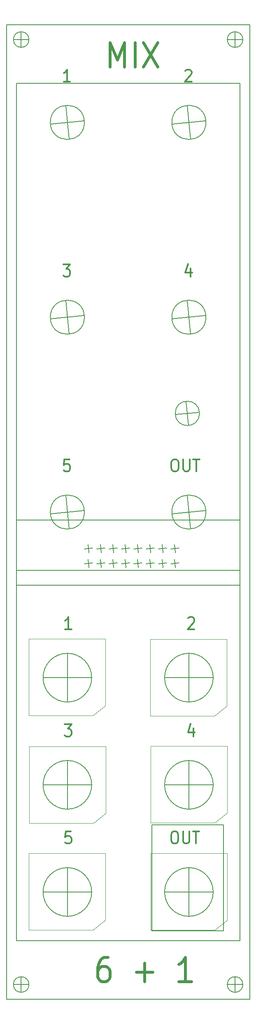
<source format=gbr>
%TF.GenerationSoftware,KiCad,Pcbnew,(5.1.9)-1*%
%TF.CreationDate,2021-08-22T21:38:48+01:00*%
%TF.ProjectId,Simple mixer jack panel,53696d70-6c65-4206-9d69-786572206a61,rev?*%
%TF.SameCoordinates,Original*%
%TF.FileFunction,OtherDrawing,Comment*%
%FSLAX46Y46*%
G04 Gerber Fmt 4.6, Leading zero omitted, Abs format (unit mm)*
G04 Created by KiCad (PCBNEW (5.1.9)-1) date 2021-08-22 21:38:48*
%MOMM*%
%LPD*%
G01*
G04 APERTURE LIST*
%ADD10C,0.312500*%
%ADD11C,0.625000*%
%ADD12C,0.200000*%
%ADD13C,0.120000*%
G04 APERTURE END LIST*
D10*
X53849107Y-64036886D02*
X53956250Y-63917839D01*
X54170536Y-63798791D01*
X54706250Y-63798791D01*
X54920536Y-63917839D01*
X55027678Y-64036886D01*
X55134821Y-64274981D01*
X55134821Y-64513077D01*
X55027678Y-64870219D01*
X53741964Y-66298791D01*
X55134821Y-66298791D01*
D11*
X37744692Y49138674D02*
X37744692Y54138674D01*
X39244692Y50567245D01*
X40744692Y54138674D01*
X40744692Y49138674D01*
X42887549Y49138674D02*
X42887549Y54138674D01*
X44601835Y54138674D02*
X47601835Y49138674D01*
X47601835Y54138674D02*
X44601835Y49138674D01*
D10*
X28181929Y8592565D02*
X29574786Y8592565D01*
X28824786Y7640184D01*
X29146215Y7640184D01*
X29360501Y7521137D01*
X29467643Y7402089D01*
X29574786Y7163994D01*
X29574786Y6568756D01*
X29467643Y6330660D01*
X29360501Y6211613D01*
X29146215Y6092565D01*
X28503358Y6092565D01*
X28289072Y6211613D01*
X28181929Y6330660D01*
X29574786Y46092565D02*
X28289072Y46092565D01*
X28931929Y46092565D02*
X28931929Y48592565D01*
X28717643Y48235422D01*
X28503358Y47997327D01*
X28289072Y47878279D01*
X29467643Y-31407434D02*
X28396215Y-31407434D01*
X28289072Y-32597910D01*
X28396215Y-32478862D01*
X28610501Y-32359815D01*
X29146215Y-32359815D01*
X29360501Y-32478862D01*
X29467643Y-32597910D01*
X29574786Y-32836005D01*
X29574786Y-33431243D01*
X29467643Y-33669339D01*
X29360501Y-33788386D01*
X29146215Y-33907434D01*
X28610501Y-33907434D01*
X28396215Y-33788386D01*
X28289072Y-33669339D01*
X29856854Y-66298791D02*
X28571140Y-66298791D01*
X29213997Y-66298791D02*
X29213997Y-63798791D01*
X28999711Y-64155934D01*
X28785426Y-64394029D01*
X28571140Y-64513077D01*
X50883794Y-107798791D02*
X51312366Y-107798791D01*
X51526651Y-107917839D01*
X51740937Y-108155934D01*
X51848080Y-108632124D01*
X51848080Y-109465458D01*
X51740937Y-109941648D01*
X51526651Y-110179743D01*
X51312366Y-110298791D01*
X50883794Y-110298791D01*
X50669509Y-110179743D01*
X50455223Y-109941648D01*
X50348080Y-109465458D01*
X50348080Y-108632124D01*
X50455223Y-108155934D01*
X50669509Y-107917839D01*
X50883794Y-107798791D01*
X52812366Y-107798791D02*
X52812366Y-109822600D01*
X52919509Y-110060696D01*
X53026651Y-110179743D01*
X53240937Y-110298791D01*
X53669509Y-110298791D01*
X53883794Y-110179743D01*
X53990937Y-110060696D01*
X54098080Y-109822600D01*
X54098080Y-107798791D01*
X54848080Y-107798791D02*
X56133794Y-107798791D01*
X55490937Y-110298791D02*
X55490937Y-107798791D01*
X54920536Y-86632124D02*
X54920536Y-88298791D01*
X54384821Y-85679743D02*
X53849107Y-87465458D01*
X55241964Y-87465458D01*
D11*
X37370255Y-133613100D02*
X36513112Y-133613100D01*
X36084540Y-133851196D01*
X35870255Y-134089291D01*
X35441683Y-134803576D01*
X35227397Y-135755957D01*
X35227397Y-137660719D01*
X35441683Y-138136910D01*
X35655969Y-138375005D01*
X36084540Y-138613100D01*
X36941683Y-138613100D01*
X37370255Y-138375005D01*
X37584540Y-138136910D01*
X37798826Y-137660719D01*
X37798826Y-136470243D01*
X37584540Y-135994053D01*
X37370255Y-135755957D01*
X36941683Y-135517862D01*
X36084540Y-135517862D01*
X35655969Y-135755957D01*
X35441683Y-135994053D01*
X35227397Y-136470243D01*
X43155969Y-136708338D02*
X46584540Y-136708338D01*
X44870255Y-138613100D02*
X44870255Y-134803576D01*
X54513112Y-138613100D02*
X51941683Y-138613100D01*
X53227397Y-138613100D02*
X53227397Y-133613100D01*
X52798826Y-134327386D01*
X52370255Y-134803576D01*
X51941683Y-135041672D01*
D10*
X29856854Y-66298791D02*
X28571140Y-66298791D01*
X29213997Y-66298791D02*
X29213997Y-63798791D01*
X28999711Y-64155934D01*
X28785426Y-64394029D01*
X28571140Y-64513077D01*
X28463997Y-85798791D02*
X29856854Y-85798791D01*
X29106854Y-86751172D01*
X29428283Y-86751172D01*
X29642569Y-86870219D01*
X29749711Y-86989267D01*
X29856854Y-87227362D01*
X29856854Y-87822600D01*
X29749711Y-88060696D01*
X29642569Y-88179743D01*
X29428283Y-88298791D01*
X28785426Y-88298791D01*
X28571140Y-88179743D01*
X28463997Y-88060696D01*
X53849107Y-64036886D02*
X53956250Y-63917839D01*
X54170536Y-63798791D01*
X54706250Y-63798791D01*
X54920536Y-63917839D01*
X55027678Y-64036886D01*
X55134821Y-64274981D01*
X55134821Y-64513077D01*
X55027678Y-64870219D01*
X53741964Y-66298791D01*
X55134821Y-66298791D01*
X50929229Y-31407434D02*
X51357801Y-31407434D01*
X51572086Y-31526482D01*
X51786372Y-31764577D01*
X51893515Y-32240767D01*
X51893515Y-33074101D01*
X51786372Y-33550291D01*
X51572086Y-33788386D01*
X51357801Y-33907434D01*
X50929229Y-33907434D01*
X50714944Y-33788386D01*
X50500658Y-33550291D01*
X50393515Y-33074101D01*
X50393515Y-32240767D01*
X50500658Y-31764577D01*
X50714944Y-31526482D01*
X50929229Y-31407434D01*
X52857801Y-31407434D02*
X52857801Y-33431243D01*
X52964944Y-33669339D01*
X53072086Y-33788386D01*
X53286372Y-33907434D01*
X53714944Y-33907434D01*
X53929229Y-33788386D01*
X54036372Y-33669339D01*
X54143515Y-33431243D01*
X54143515Y-31407434D01*
X54893515Y-31407434D02*
X56179229Y-31407434D01*
X55536372Y-33907434D02*
X55536372Y-31407434D01*
D11*
X37744692Y49138674D02*
X37744692Y54138674D01*
X39244692Y50567245D01*
X40744692Y54138674D01*
X40744692Y49138674D01*
X42887549Y49138674D02*
X42887549Y54138674D01*
X44601835Y54138674D02*
X47601835Y49138674D01*
X47601835Y54138674D02*
X44601835Y49138674D01*
X37370255Y-133613100D02*
X36513112Y-133613100D01*
X36084540Y-133851196D01*
X35870255Y-134089291D01*
X35441683Y-134803576D01*
X35227397Y-135755957D01*
X35227397Y-137660719D01*
X35441683Y-138136910D01*
X35655969Y-138375005D01*
X36084540Y-138613100D01*
X36941683Y-138613100D01*
X37370255Y-138375005D01*
X37584540Y-138136910D01*
X37798826Y-137660719D01*
X37798826Y-136470243D01*
X37584540Y-135994053D01*
X37370255Y-135755957D01*
X36941683Y-135517862D01*
X36084540Y-135517862D01*
X35655969Y-135755957D01*
X35441683Y-135994053D01*
X35227397Y-136470243D01*
X43155969Y-136708338D02*
X46584540Y-136708338D01*
X44870255Y-138613100D02*
X44870255Y-134803576D01*
X54513112Y-138613100D02*
X51941683Y-138613100D01*
X53227397Y-138613100D02*
X53227397Y-133613100D01*
X52798826Y-134327386D01*
X52370255Y-134803576D01*
X51941683Y-135041672D01*
D10*
X54360501Y7759232D02*
X54360501Y6092565D01*
X53824786Y8711613D02*
X53289072Y6925898D01*
X54681929Y6925898D01*
X50929229Y-31407434D02*
X51357801Y-31407434D01*
X51572086Y-31526482D01*
X51786372Y-31764577D01*
X51893515Y-32240767D01*
X51893515Y-33074101D01*
X51786372Y-33550291D01*
X51572086Y-33788386D01*
X51357801Y-33907434D01*
X50929229Y-33907434D01*
X50714944Y-33788386D01*
X50500658Y-33550291D01*
X50393515Y-33074101D01*
X50393515Y-32240767D01*
X50500658Y-31764577D01*
X50714944Y-31526482D01*
X50929229Y-31407434D01*
X52857801Y-31407434D02*
X52857801Y-33431243D01*
X52964944Y-33669339D01*
X53072086Y-33788386D01*
X53286372Y-33907434D01*
X53714944Y-33907434D01*
X53929229Y-33788386D01*
X54036372Y-33669339D01*
X54143515Y-33431243D01*
X54143515Y-31407434D01*
X54893515Y-31407434D02*
X56179229Y-31407434D01*
X55536372Y-33907434D02*
X55536372Y-31407434D01*
X29749711Y-107798791D02*
X28678283Y-107798791D01*
X28571140Y-108989267D01*
X28678283Y-108870219D01*
X28892569Y-108751172D01*
X29428283Y-108751172D01*
X29642569Y-108870219D01*
X29749711Y-108989267D01*
X29856854Y-109227362D01*
X29856854Y-109822600D01*
X29749711Y-110060696D01*
X29642569Y-110179743D01*
X29428283Y-110298791D01*
X28892569Y-110298791D01*
X28678283Y-110179743D01*
X28571140Y-110060696D01*
X29574786Y46092565D02*
X28289072Y46092565D01*
X28931929Y46092565D02*
X28931929Y48592565D01*
X28717643Y48235422D01*
X28503358Y47997327D01*
X28289072Y47878279D01*
X54360501Y7759232D02*
X54360501Y6092565D01*
X53824786Y8711613D02*
X53289072Y6925898D01*
X54681929Y6925898D01*
X53289072Y48354470D02*
X53396215Y48473518D01*
X53610501Y48592565D01*
X54146215Y48592565D01*
X54360501Y48473518D01*
X54467643Y48354470D01*
X54574786Y48116375D01*
X54574786Y47878279D01*
X54467643Y47521137D01*
X53181929Y46092565D01*
X54574786Y46092565D01*
X29467643Y-31407434D02*
X28396215Y-31407434D01*
X28289072Y-32597910D01*
X28396215Y-32478862D01*
X28610501Y-32359815D01*
X29146215Y-32359815D01*
X29360501Y-32478862D01*
X29467643Y-32597910D01*
X29574786Y-32836005D01*
X29574786Y-33431243D01*
X29467643Y-33669339D01*
X29360501Y-33788386D01*
X29146215Y-33907434D01*
X28610501Y-33907434D01*
X28396215Y-33788386D01*
X28289072Y-33669339D01*
X28181929Y8592565D02*
X29574786Y8592565D01*
X28824786Y7640184D01*
X29146215Y7640184D01*
X29360501Y7521137D01*
X29467643Y7402089D01*
X29574786Y7163994D01*
X29574786Y6568756D01*
X29467643Y6330660D01*
X29360501Y6211613D01*
X29146215Y6092565D01*
X28503358Y6092565D01*
X28289072Y6211613D01*
X28181929Y6330660D01*
X29749711Y-107798791D02*
X28678283Y-107798791D01*
X28571140Y-108989267D01*
X28678283Y-108870219D01*
X28892569Y-108751172D01*
X29428283Y-108751172D01*
X29642569Y-108870219D01*
X29749711Y-108989267D01*
X29856854Y-109227362D01*
X29856854Y-109822600D01*
X29749711Y-110060696D01*
X29642569Y-110179743D01*
X29428283Y-110298791D01*
X28892569Y-110298791D01*
X28678283Y-110179743D01*
X28571140Y-110060696D01*
X50883794Y-107798791D02*
X51312366Y-107798791D01*
X51526651Y-107917839D01*
X51740937Y-108155934D01*
X51848080Y-108632124D01*
X51848080Y-109465458D01*
X51740937Y-109941648D01*
X51526651Y-110179743D01*
X51312366Y-110298791D01*
X50883794Y-110298791D01*
X50669509Y-110179743D01*
X50455223Y-109941648D01*
X50348080Y-109465458D01*
X50348080Y-108632124D01*
X50455223Y-108155934D01*
X50669509Y-107917839D01*
X50883794Y-107798791D01*
X52812366Y-107798791D02*
X52812366Y-109822600D01*
X52919509Y-110060696D01*
X53026651Y-110179743D01*
X53240937Y-110298791D01*
X53669509Y-110298791D01*
X53883794Y-110179743D01*
X53990937Y-110060696D01*
X54098080Y-109822600D01*
X54098080Y-107798791D01*
X54848080Y-107798791D02*
X56133794Y-107798791D01*
X55490937Y-110298791D02*
X55490937Y-107798791D01*
X54920536Y-86632124D02*
X54920536Y-88298791D01*
X54384821Y-85679743D02*
X53849107Y-87465458D01*
X55241964Y-87465458D01*
X53289072Y48354470D02*
X53396215Y48473518D01*
X53610501Y48592565D01*
X54146215Y48592565D01*
X54360501Y48473518D01*
X54467643Y48354470D01*
X54574786Y48116375D01*
X54574786Y47878279D01*
X54467643Y47521137D01*
X53181929Y46092565D01*
X54574786Y46092565D01*
X28463997Y-85798791D02*
X29856854Y-85798791D01*
X29106854Y-86751172D01*
X29428283Y-86751172D01*
X29642569Y-86870219D01*
X29749711Y-86989267D01*
X29856854Y-87227362D01*
X29856854Y-87822600D01*
X29749711Y-88060696D01*
X29642569Y-88179743D01*
X29428283Y-88298791D01*
X28785426Y-88298791D01*
X28571140Y-88179743D01*
X28463997Y-88060696D01*
D12*
X28671800Y-38806599D02*
X29348199Y-45673399D01*
X35806300Y-51889999D02*
X35973699Y-53589999D01*
X33266299Y-51889999D02*
X33433699Y-53589999D01*
X36740000Y-52655999D02*
X35040000Y-52824000D01*
X61910000Y54760000D02*
X65110000Y54760000D01*
X38346300Y-51889999D02*
X38513699Y-53589999D01*
X53671800Y-38806599D02*
X54348199Y-45673399D01*
X57510000Y37760000D02*
G75*
G03*
X57510000Y37760000I-3500000J0D01*
G01*
X43426299Y-51889999D02*
X43593699Y-53589999D01*
X32443399Y-1901799D02*
X25576599Y-2578199D01*
X57510000Y-42240000D02*
G75*
G03*
X57510000Y-42240000I-3500000J0D01*
G01*
X32510000Y-42240000D02*
G75*
G03*
X32510000Y-42240000I-3500000J0D01*
G01*
X41820000Y-52655999D02*
X40119999Y-52824000D01*
X65110000Y-139240000D02*
G75*
G03*
X65110000Y-139240000I-1600000J0D01*
G01*
X65110000Y54760000D02*
G75*
G03*
X65110000Y54760000I-1600000J0D01*
G01*
X21110000Y54760000D02*
G75*
G03*
X21110000Y54760000I-1600000J0D01*
G01*
X19510000Y-137639999D02*
X19510000Y-140839999D01*
X39279999Y-52655999D02*
X37580000Y-52824000D01*
X32510000Y-2240000D02*
G75*
G03*
X32510000Y-2240000I-3500000J0D01*
G01*
X49439999Y-52655999D02*
X47739999Y-52824000D01*
X53456466Y-19546968D02*
X53934866Y-24403568D01*
X63510000Y-137639999D02*
X63510000Y-140839999D01*
X17910000Y54760000D02*
X21110000Y54760000D01*
X19510000Y56360001D02*
X19510000Y53160001D01*
X46899999Y-52655999D02*
X45199999Y-52824000D01*
X21110000Y-139240000D02*
G75*
G03*
X21110000Y-139240000I-1600000J0D01*
G01*
X51046299Y-51889999D02*
X51213699Y-53589999D01*
X57510000Y-2240000D02*
G75*
G03*
X57510000Y-2240000I-3500000J0D01*
G01*
X57443399Y38098201D02*
X50576599Y37421801D01*
X51257466Y-22215368D02*
X56123966Y-21749092D01*
X53671800Y1193401D02*
X54348199Y-5673399D01*
X53671800Y41193401D02*
X54348199Y34326601D01*
X61910000Y-139240000D02*
X65110000Y-139240000D01*
X51979999Y-52655999D02*
X50279999Y-52824000D01*
X48506299Y-51889999D02*
X48673699Y-53589999D01*
X40886299Y-51889999D02*
X41053700Y-53589999D01*
X32443399Y-41901799D02*
X25576599Y-42578199D01*
X63510000Y56360001D02*
X63510000Y53160001D01*
X17910000Y-139240000D02*
X21110000Y-139240000D01*
X45966299Y-51889999D02*
X46133699Y-53589999D01*
X44360000Y-52655999D02*
X42659999Y-52824000D01*
X34199999Y-52655999D02*
X32499999Y-52824000D01*
X56196299Y-21981695D02*
G75*
G03*
X56196299Y-21981695I-2500000J0D01*
G01*
X57443399Y-41901799D02*
X50576599Y-42578199D01*
X57443399Y-1901799D02*
X50576599Y-2578199D01*
X16510000Y-142240000D02*
X66510000Y-142240000D01*
X34010000Y-120240000D02*
G75*
G03*
X34010000Y-120240000I-5000000J0D01*
G01*
X64510000Y45760000D02*
X18510000Y45760000D01*
X44360000Y-49655999D02*
X42659999Y-49824000D01*
X41820000Y-49655999D02*
X40119999Y-49824000D01*
X45966299Y-48889999D02*
X46133699Y-50589999D01*
X66510000Y-142240000D02*
X66510000Y57760000D01*
X46899999Y-49655999D02*
X45199999Y-49824000D01*
X28671800Y41193401D02*
X29348199Y34326601D01*
X46388724Y-106460035D02*
X61127045Y-106460035D01*
X51979999Y-49655999D02*
X50279999Y-49824000D01*
X59010000Y-76240000D02*
G75*
G03*
X59010000Y-76240000I-5000000J0D01*
G01*
X49010000Y-120240000D02*
X59010000Y-120240000D01*
X18510000Y45760000D02*
X18510000Y-54240000D01*
X51046299Y-48889999D02*
X51213699Y-50589999D01*
X66510000Y57760000D02*
X16510000Y57760000D01*
X61127045Y-128212546D02*
X46388724Y-128212546D01*
X59010000Y-120240000D02*
G75*
G03*
X59010000Y-120240000I-5000000J0D01*
G01*
X29010000Y-115240000D02*
X29010000Y-125240000D01*
X18510000Y-130240000D02*
X64510000Y-130240000D01*
X63510000Y-137639999D02*
X63510000Y-140839999D01*
X61910000Y54760000D02*
X65110000Y54760000D01*
X48506299Y-48889999D02*
X48673699Y-50589999D01*
X29010000Y-93240000D02*
X29010000Y-103240000D01*
X59010000Y-98240000D02*
G75*
G03*
X59010000Y-98240000I-5000000J0D01*
G01*
X19510000Y56360001D02*
X19510000Y53160001D01*
X38346300Y-48889999D02*
X38513699Y-50589999D01*
X24010000Y-98240000D02*
X34010000Y-98240000D01*
X54010000Y-93240000D02*
X54010000Y-103240000D01*
X61910000Y-139240000D02*
X65110000Y-139240000D01*
X17910000Y-139240000D02*
X21110000Y-139240000D01*
X63510000Y56360001D02*
X63510000Y53160001D01*
X17910000Y54760000D02*
X21110000Y54760000D01*
X16510000Y57760000D02*
X16510000Y-142240000D01*
X18510000Y-43921839D02*
X18510000Y-130240000D01*
X28671800Y1193401D02*
X29348199Y-5673399D01*
X39279999Y-49655999D02*
X37580000Y-49824000D01*
X49010000Y-98240000D02*
X59010000Y-98240000D01*
X54010000Y-71240000D02*
X54010000Y-81240000D01*
X32510000Y37760000D02*
G75*
G03*
X32510000Y37760000I-3500000J0D01*
G01*
X34010000Y-98240000D02*
G75*
G03*
X34010000Y-98240000I-5000000J0D01*
G01*
X24010000Y-120240000D02*
X34010000Y-120240000D01*
X64510000Y-43921839D02*
X18510000Y-43921839D01*
X64510000Y-130240000D02*
X64510000Y-43921839D01*
X18510000Y-57240000D02*
X64510000Y-57240000D01*
X36740000Y-49655999D02*
X35040000Y-49824000D01*
X32443399Y38098201D02*
X25576599Y37421801D01*
X46388724Y-128212546D02*
X46388724Y-106460035D01*
X49010000Y-76240000D02*
X59010000Y-76240000D01*
X61127045Y-106460035D02*
X61127045Y-128212546D01*
X65110000Y54760000D02*
G75*
G03*
X65110000Y54760000I-1600000J0D01*
G01*
X21110000Y54760000D02*
G75*
G03*
X21110000Y54760000I-1600000J0D01*
G01*
X49439999Y-49655999D02*
X47739999Y-49824000D01*
X29010000Y-71240000D02*
X29010000Y-81240000D01*
X24010000Y-76240000D02*
X34010000Y-76240000D01*
X34010000Y-76240000D02*
G75*
G03*
X34010000Y-76240000I-5000000J0D01*
G01*
X65110000Y-139240000D02*
G75*
G03*
X65110000Y-139240000I-1600000J0D01*
G01*
X64510000Y-54240000D02*
X64510000Y45760000D01*
X19510000Y-137639999D02*
X19510000Y-140839999D01*
X21110000Y-139240000D02*
G75*
G03*
X21110000Y-139240000I-1600000J0D01*
G01*
X43426299Y-48889999D02*
X43593699Y-50589999D01*
X40886299Y-48889999D02*
X41053700Y-50589999D01*
X54010000Y-115240000D02*
X54010000Y-125240000D01*
X49010000Y-98240000D02*
X59010000Y-98240000D01*
X24010000Y-120240000D02*
X34010000Y-120240000D01*
X18510000Y-43921839D02*
X18510000Y-130240000D01*
X33266299Y-48889999D02*
X33433699Y-50589999D01*
X57443399Y-41901799D02*
X50576599Y-42578199D01*
X53671800Y41193401D02*
X54348199Y34326601D01*
X61127045Y-128212546D02*
X46388724Y-128212546D01*
X34010000Y-76240000D02*
G75*
G03*
X34010000Y-76240000I-5000000J0D01*
G01*
X54010000Y-71240000D02*
X54010000Y-81240000D01*
X32443399Y-41901799D02*
X25576599Y-42578199D01*
X28671800Y41193401D02*
X29348199Y34326601D01*
X57510000Y-42240000D02*
G75*
G03*
X57510000Y-42240000I-3500000J0D01*
G01*
X57443399Y-1901799D02*
X50576599Y-2578199D01*
X51257466Y-22215368D02*
X56123966Y-21749092D01*
X53671800Y-38806599D02*
X54348199Y-45673399D01*
X57510000Y-2240000D02*
G75*
G03*
X57510000Y-2240000I-3500000J0D01*
G01*
X64510000Y45760000D02*
X18510000Y45760000D01*
X53671800Y1193401D02*
X54348199Y-5673399D01*
X57443399Y38098201D02*
X50576599Y37421801D01*
X28671800Y-38806599D02*
X29348199Y-45673399D01*
X32443399Y-1901799D02*
X25576599Y-2578199D01*
X32510000Y37760000D02*
G75*
G03*
X32510000Y37760000I-3500000J0D01*
G01*
X46388724Y-128212546D02*
X46388724Y-106460035D01*
X29010000Y-93240000D02*
X29010000Y-103240000D01*
X24010000Y-98240000D02*
X34010000Y-98240000D01*
X29010000Y-71240000D02*
X29010000Y-81240000D01*
X54010000Y-93240000D02*
X54010000Y-103240000D01*
X59010000Y-98240000D02*
G75*
G03*
X59010000Y-98240000I-5000000J0D01*
G01*
X64510000Y-54240000D02*
X64510000Y45760000D01*
X54010000Y-115240000D02*
X54010000Y-125240000D01*
X59010000Y-76240000D02*
G75*
G03*
X59010000Y-76240000I-5000000J0D01*
G01*
X49010000Y-120240000D02*
X59010000Y-120240000D01*
X18510000Y-130240000D02*
X64510000Y-130240000D01*
X16510000Y57760000D02*
X16510000Y-142240000D01*
X29010000Y-115240000D02*
X29010000Y-125240000D01*
X64510000Y-130240000D02*
X64510000Y-43921839D01*
X57510000Y37760000D02*
G75*
G03*
X57510000Y37760000I-3500000J0D01*
G01*
X32510000Y-42240000D02*
G75*
G03*
X32510000Y-42240000I-3500000J0D01*
G01*
X24010000Y-76240000D02*
X34010000Y-76240000D01*
X34010000Y-98240000D02*
G75*
G03*
X34010000Y-98240000I-5000000J0D01*
G01*
X18510000Y-54240000D02*
X64510000Y-54240000D01*
X18510000Y45760000D02*
X18510000Y-54240000D01*
X59010000Y-120240000D02*
G75*
G03*
X59010000Y-120240000I-5000000J0D01*
G01*
X34010000Y-120240000D02*
G75*
G03*
X34010000Y-120240000I-5000000J0D01*
G01*
X66510000Y57760000D02*
X16510000Y57760000D01*
X32510000Y-2240000D02*
G75*
G03*
X32510000Y-2240000I-3500000J0D01*
G01*
X32443399Y38098201D02*
X25576599Y37421801D01*
X64510000Y-43921839D02*
X18510000Y-43921839D01*
X28671800Y1193401D02*
X29348199Y-5673399D01*
X66510000Y-142240000D02*
X66510000Y57760000D01*
X61127045Y-106460035D02*
X61127045Y-128212546D01*
X35806300Y-48889999D02*
X35973699Y-50589999D01*
X34199999Y-49655999D02*
X32499999Y-49824000D01*
X56196299Y-21981695D02*
G75*
G03*
X56196299Y-21981695I-2500000J0D01*
G01*
X53456466Y-19546968D02*
X53934866Y-24403568D01*
X46388724Y-106460035D02*
X61127045Y-106460035D01*
X49010000Y-76240000D02*
X59010000Y-76240000D01*
X16510000Y-142240000D02*
X66510000Y-142240000D01*
D13*
%TO.C,J1*%
X34324000Y-84008000D02*
X21116000Y-84008000D01*
X36864000Y-81976000D02*
X34324000Y-84008000D01*
X21116000Y-84008000D02*
X21116000Y-68260000D01*
X36864000Y-80960000D02*
X36864000Y-81976000D01*
X36864000Y-68260000D02*
X36864000Y-80960000D01*
X21116000Y-68260000D02*
X36864000Y-68260000D01*
%TO.C,J2*%
X46096000Y-68310000D02*
X61844000Y-68310000D01*
X61844000Y-68310000D02*
X61844000Y-81010000D01*
X61844000Y-81010000D02*
X61844000Y-82026000D01*
X46096000Y-84058000D02*
X46096000Y-68310000D01*
X61844000Y-82026000D02*
X59304000Y-84058000D01*
X59304000Y-84058000D02*
X46096000Y-84058000D01*
%TO.C,J3*%
X34344000Y-106078000D02*
X21136000Y-106078000D01*
X36884000Y-104046000D02*
X34344000Y-106078000D01*
X21136000Y-106078000D02*
X21136000Y-90330000D01*
X36884000Y-103030000D02*
X36884000Y-104046000D01*
X36884000Y-90330000D02*
X36884000Y-103030000D01*
X21136000Y-90330000D02*
X36884000Y-90330000D01*
%TO.C,J4*%
X46106000Y-90320000D02*
X61854000Y-90320000D01*
X61854000Y-90320000D02*
X61854000Y-103020000D01*
X61854000Y-103020000D02*
X61854000Y-104036000D01*
X46106000Y-106068000D02*
X46106000Y-90320000D01*
X61854000Y-104036000D02*
X59314000Y-106068000D01*
X59314000Y-106068000D02*
X46106000Y-106068000D01*
%TO.C,J5*%
X34304000Y-128068000D02*
X21096000Y-128068000D01*
X36844000Y-126036000D02*
X34304000Y-128068000D01*
X21096000Y-128068000D02*
X21096000Y-112320000D01*
X36844000Y-125020000D02*
X36844000Y-126036000D01*
X36844000Y-112320000D02*
X36844000Y-125020000D01*
X21096000Y-112320000D02*
X36844000Y-112320000D01*
%TO.C,J7*%
X46146000Y-112330000D02*
X61894000Y-112330000D01*
X61894000Y-112330000D02*
X61894000Y-125030000D01*
X61894000Y-125030000D02*
X61894000Y-126046000D01*
X46146000Y-128078000D02*
X46146000Y-112330000D01*
X61894000Y-126046000D02*
X59354000Y-128078000D01*
X59354000Y-128078000D02*
X46146000Y-128078000D01*
%TD*%
M02*

</source>
